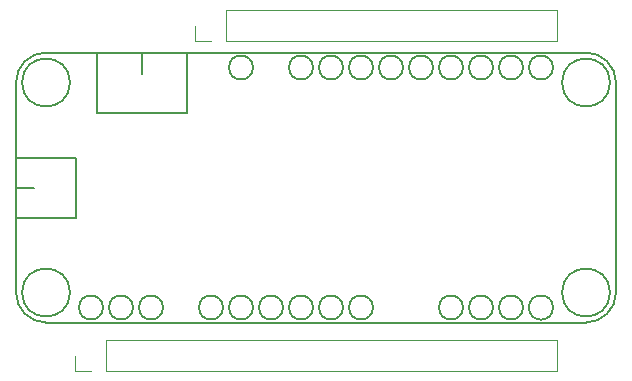
<source format=gto>
G04 #@! TF.GenerationSoftware,KiCad,Pcbnew,(5.1.5-0-10_14)*
G04 #@! TF.CreationDate,2019-12-30T14:06:52-05:00*
G04 #@! TF.ProjectId,FeatherShim,46656174-6865-4725-9368-696d2e6b6963,rev?*
G04 #@! TF.SameCoordinates,Original*
G04 #@! TF.FileFunction,Legend,Top*
G04 #@! TF.FilePolarity,Positive*
%FSLAX46Y46*%
G04 Gerber Fmt 4.6, Leading zero omitted, Abs format (unit mm)*
G04 Created by KiCad (PCBNEW (5.1.5-0-10_14)) date 2019-12-30 14:06:52*
%MOMM*%
%LPD*%
G04 APERTURE LIST*
%ADD10C,0.120000*%
%ADD11C,0.150000*%
G04 APERTURE END LIST*
D10*
X175800000Y-118880000D02*
X175800000Y-116220000D01*
X137640000Y-118880000D02*
X175800000Y-118880000D01*
X137640000Y-116220000D02*
X175800000Y-116220000D01*
X137640000Y-118880000D02*
X137640000Y-116220000D01*
X136370000Y-118880000D02*
X135040000Y-118880000D01*
X135040000Y-118880000D02*
X135040000Y-117550000D01*
X175800000Y-90940000D02*
X175800000Y-88280000D01*
X147800000Y-90940000D02*
X175800000Y-90940000D01*
X147800000Y-88280000D02*
X175800000Y-88280000D01*
X147800000Y-90940000D02*
X147800000Y-88280000D01*
X146530000Y-90940000D02*
X145200000Y-90940000D01*
X145200000Y-90940000D02*
X145200000Y-89610000D01*
D11*
X178282600Y-91897200D02*
X132562600Y-91897200D01*
X132562600Y-114757200D02*
X178282600Y-114757200D01*
X130022600Y-94437200D02*
X130022600Y-112217200D01*
X180822600Y-94437200D02*
X180822600Y-112217200D01*
X180822600Y-94437200D02*
G75*
G03X178282600Y-91897200I-2540000J0D01*
G01*
X178282600Y-114757200D02*
G75*
G03X180822600Y-112217200I0J2540000D01*
G01*
X132562600Y-91897200D02*
G75*
G03X130022600Y-94437200I0J-2540000D01*
G01*
X130022600Y-112217200D02*
G75*
G03X132562600Y-114757200I2540000J0D01*
G01*
X135102600Y-105867200D02*
X130022600Y-105867200D01*
X135102600Y-100787200D02*
X135102600Y-105867200D01*
X130022600Y-100787200D02*
X135102600Y-100787200D01*
X136880600Y-96977200D02*
X144500600Y-96977200D01*
X140690600Y-91897200D02*
X140690600Y-93675200D01*
X136880600Y-96977200D02*
X136880600Y-91897200D01*
X144500600Y-96977200D02*
X144500600Y-91897200D01*
X130022600Y-103327200D02*
X131546600Y-103327200D01*
X134594600Y-94437200D02*
G75*
G03X134594600Y-94437200I-2032000J0D01*
G01*
X134594600Y-112217200D02*
G75*
G03X134594600Y-112217200I-2032000J0D01*
G01*
X180314600Y-112217200D02*
G75*
G03X180314600Y-112217200I-2032000J0D01*
G01*
X180314600Y-94437200D02*
G75*
G03X180314600Y-94437200I-2032000J0D01*
G01*
X137388600Y-113487200D02*
G75*
G03X137388600Y-113487200I-1016000J0D01*
G01*
X139928600Y-113487200D02*
G75*
G03X139928600Y-113487200I-1016000J0D01*
G01*
X142468600Y-113487200D02*
G75*
G03X142468600Y-113487200I-1016000J0D01*
G01*
X147548600Y-113487200D02*
G75*
G03X147548600Y-113487200I-1016000J0D01*
G01*
X150088600Y-113487200D02*
G75*
G03X150088600Y-113487200I-1016000J0D01*
G01*
X152628600Y-113487200D02*
G75*
G03X152628600Y-113487200I-1016000J0D01*
G01*
X155168600Y-113487200D02*
G75*
G03X155168600Y-113487200I-1016000J0D01*
G01*
X157708600Y-113487200D02*
G75*
G03X157708600Y-113487200I-1016000J0D01*
G01*
X160248600Y-113487200D02*
G75*
G03X160248600Y-113487200I-1016000J0D01*
G01*
X167868600Y-113487200D02*
G75*
G03X167868600Y-113487200I-1016000J0D01*
G01*
X170408600Y-113487200D02*
G75*
G03X170408600Y-113487200I-1016000J0D01*
G01*
X172948600Y-113487200D02*
G75*
G03X172948600Y-113487200I-1016000J0D01*
G01*
X175496507Y-113487200D02*
G75*
G03X175496507Y-113487200I-1023907J0D01*
G01*
X150088600Y-93167200D02*
G75*
G03X150088600Y-93167200I-1016000J0D01*
G01*
X155168600Y-93167200D02*
G75*
G03X155168600Y-93167200I-1016000J0D01*
G01*
X157708600Y-93167200D02*
G75*
G03X157708600Y-93167200I-1016000J0D01*
G01*
X160248600Y-93167200D02*
G75*
G03X160248600Y-93167200I-1016000J0D01*
G01*
X162788600Y-93167200D02*
G75*
G03X162788600Y-93167200I-1016000J0D01*
G01*
X165328600Y-93167200D02*
G75*
G03X165328600Y-93167200I-1016000J0D01*
G01*
X167868600Y-93167200D02*
G75*
G03X167868600Y-93167200I-1016000J0D01*
G01*
X170408600Y-93167200D02*
G75*
G03X170408600Y-93167200I-1016000J0D01*
G01*
X172948600Y-93167200D02*
G75*
G03X172948600Y-93167200I-1016000J0D01*
G01*
X175488600Y-93167200D02*
G75*
G03X175488600Y-93167200I-1016000J0D01*
G01*
M02*

</source>
